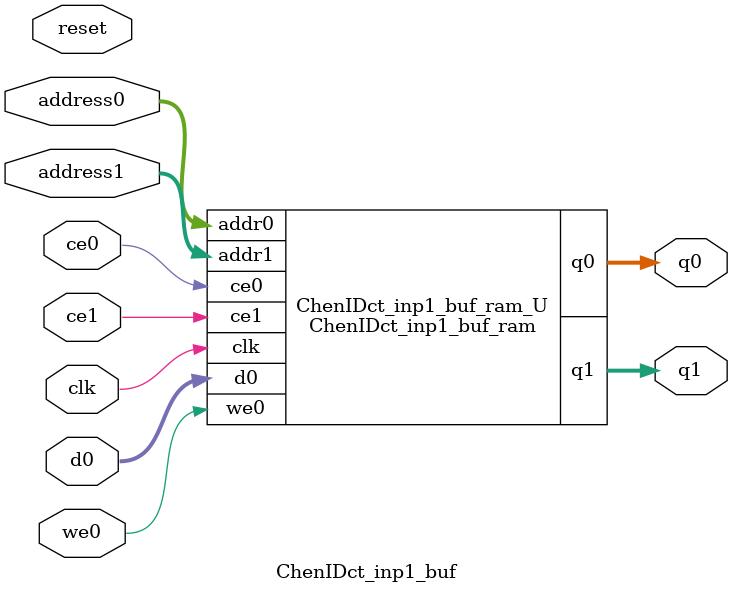
<source format=v>

`timescale 1 ns / 1 ps
module ChenIDct_inp1_buf_ram (addr0, ce0, d0, we0, q0, addr1, ce1, q1,  clk);

parameter DWIDTH = 32;
parameter AWIDTH = 6;
parameter MEM_SIZE = 64;

input[AWIDTH-1:0] addr0;
input ce0;
input[DWIDTH-1:0] d0;
input we0;
output reg[DWIDTH-1:0] q0;
input[AWIDTH-1:0] addr1;
input ce1;
output reg[DWIDTH-1:0] q1;
input clk;

(* ram_style = "block" *)reg [DWIDTH-1:0] ram[0:MEM_SIZE-1];




always @(posedge clk)  
begin 
    if (ce0) 
    begin
        if (we0) 
        begin 
            ram[addr0] <= d0; 
            q0 <= d0;
        end 
        else 
            q0 <= ram[addr0];
    end
end


always @(posedge clk)  
begin 
    if (ce1) 
    begin
            q1 <= ram[addr1];
    end
end


endmodule


`timescale 1 ns / 1 ps
module ChenIDct_inp1_buf(
    reset,
    clk,
    address0,
    ce0,
    we0,
    d0,
    q0,
    address1,
    ce1,
    q1);

parameter DataWidth = 32'd32;
parameter AddressRange = 32'd64;
parameter AddressWidth = 32'd6;
input reset;
input clk;
input[AddressWidth - 1:0] address0;
input ce0;
input we0;
input[DataWidth - 1:0] d0;
output[DataWidth - 1:0] q0;
input[AddressWidth - 1:0] address1;
input ce1;
output[DataWidth - 1:0] q1;



ChenIDct_inp1_buf_ram ChenIDct_inp1_buf_ram_U(
    .clk( clk ),
    .addr0( address0 ),
    .ce0( ce0 ),
    .d0( d0 ),
    .we0( we0 ),
    .q0( q0 ),
    .addr1( address1 ),
    .ce1( ce1 ),
    .q1( q1 ));

endmodule


</source>
